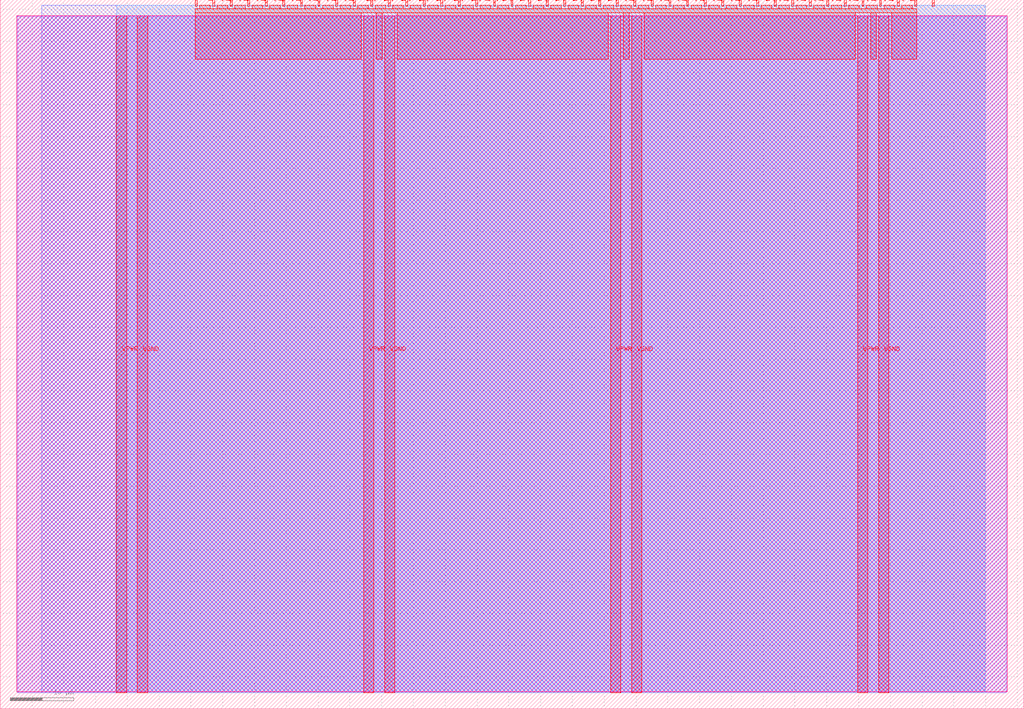
<source format=lef>
VERSION 5.7 ;
  NOWIREEXTENSIONATPIN ON ;
  DIVIDERCHAR "/" ;
  BUSBITCHARS "[]" ;
MACRO tt_um_dip_switch_game_TobiasPfaffeneder
  CLASS BLOCK ;
  FOREIGN tt_um_dip_switch_game_TobiasPfaffeneder ;
  ORIGIN 0.000 0.000 ;
  SIZE 161.000 BY 111.520 ;
  PIN VGND
    DIRECTION INOUT ;
    USE GROUND ;
    PORT
      LAYER met4 ;
        RECT 21.580 2.480 23.180 109.040 ;
    END
    PORT
      LAYER met4 ;
        RECT 60.450 2.480 62.050 109.040 ;
    END
    PORT
      LAYER met4 ;
        RECT 99.320 2.480 100.920 109.040 ;
    END
    PORT
      LAYER met4 ;
        RECT 138.190 2.480 139.790 109.040 ;
    END
  END VGND
  PIN VPWR
    DIRECTION INOUT ;
    USE POWER ;
    PORT
      LAYER met4 ;
        RECT 18.280 2.480 19.880 109.040 ;
    END
    PORT
      LAYER met4 ;
        RECT 57.150 2.480 58.750 109.040 ;
    END
    PORT
      LAYER met4 ;
        RECT 96.020 2.480 97.620 109.040 ;
    END
    PORT
      LAYER met4 ;
        RECT 134.890 2.480 136.490 109.040 ;
    END
  END VPWR
  PIN clk
    DIRECTION INPUT ;
    USE SIGNAL ;
    ANTENNAGATEAREA 0.852000 ;
    PORT
      LAYER met4 ;
        RECT 143.830 110.520 144.130 111.520 ;
    END
  END clk
  PIN ena
    DIRECTION INPUT ;
    USE SIGNAL ;
    PORT
      LAYER met4 ;
        RECT 146.590 110.520 146.890 111.520 ;
    END
  END ena
  PIN rst_n
    DIRECTION INPUT ;
    USE SIGNAL ;
    ANTENNAGATEAREA 0.196500 ;
    PORT
      LAYER met4 ;
        RECT 141.070 110.520 141.370 111.520 ;
    END
  END rst_n
  PIN ui_in[0]
    DIRECTION INPUT ;
    USE SIGNAL ;
    ANTENNAGATEAREA 0.196500 ;
    PORT
      LAYER met4 ;
        RECT 138.310 110.520 138.610 111.520 ;
    END
  END ui_in[0]
  PIN ui_in[1]
    DIRECTION INPUT ;
    USE SIGNAL ;
    ANTENNAGATEAREA 0.196500 ;
    PORT
      LAYER met4 ;
        RECT 135.550 110.520 135.850 111.520 ;
    END
  END ui_in[1]
  PIN ui_in[2]
    DIRECTION INPUT ;
    USE SIGNAL ;
    ANTENNAGATEAREA 0.196500 ;
    PORT
      LAYER met4 ;
        RECT 132.790 110.520 133.090 111.520 ;
    END
  END ui_in[2]
  PIN ui_in[3]
    DIRECTION INPUT ;
    USE SIGNAL ;
    ANTENNAGATEAREA 0.196500 ;
    PORT
      LAYER met4 ;
        RECT 130.030 110.520 130.330 111.520 ;
    END
  END ui_in[3]
  PIN ui_in[4]
    DIRECTION INPUT ;
    USE SIGNAL ;
    ANTENNAGATEAREA 0.196500 ;
    PORT
      LAYER met4 ;
        RECT 127.270 110.520 127.570 111.520 ;
    END
  END ui_in[4]
  PIN ui_in[5]
    DIRECTION INPUT ;
    USE SIGNAL ;
    ANTENNAGATEAREA 0.196500 ;
    PORT
      LAYER met4 ;
        RECT 124.510 110.520 124.810 111.520 ;
    END
  END ui_in[5]
  PIN ui_in[6]
    DIRECTION INPUT ;
    USE SIGNAL ;
    ANTENNAGATEAREA 0.196500 ;
    PORT
      LAYER met4 ;
        RECT 121.750 110.520 122.050 111.520 ;
    END
  END ui_in[6]
  PIN ui_in[7]
    DIRECTION INPUT ;
    USE SIGNAL ;
    ANTENNAGATEAREA 0.196500 ;
    PORT
      LAYER met4 ;
        RECT 118.990 110.520 119.290 111.520 ;
    END
  END ui_in[7]
  PIN uio_in[0]
    DIRECTION INPUT ;
    USE SIGNAL ;
    PORT
      LAYER met4 ;
        RECT 116.230 110.520 116.530 111.520 ;
    END
  END uio_in[0]
  PIN uio_in[1]
    DIRECTION INPUT ;
    USE SIGNAL ;
    PORT
      LAYER met4 ;
        RECT 113.470 110.520 113.770 111.520 ;
    END
  END uio_in[1]
  PIN uio_in[2]
    DIRECTION INPUT ;
    USE SIGNAL ;
    PORT
      LAYER met4 ;
        RECT 110.710 110.520 111.010 111.520 ;
    END
  END uio_in[2]
  PIN uio_in[3]
    DIRECTION INPUT ;
    USE SIGNAL ;
    PORT
      LAYER met4 ;
        RECT 107.950 110.520 108.250 111.520 ;
    END
  END uio_in[3]
  PIN uio_in[4]
    DIRECTION INPUT ;
    USE SIGNAL ;
    PORT
      LAYER met4 ;
        RECT 105.190 110.520 105.490 111.520 ;
    END
  END uio_in[4]
  PIN uio_in[5]
    DIRECTION INPUT ;
    USE SIGNAL ;
    PORT
      LAYER met4 ;
        RECT 102.430 110.520 102.730 111.520 ;
    END
  END uio_in[5]
  PIN uio_in[6]
    DIRECTION INPUT ;
    USE SIGNAL ;
    PORT
      LAYER met4 ;
        RECT 99.670 110.520 99.970 111.520 ;
    END
  END uio_in[6]
  PIN uio_in[7]
    DIRECTION INPUT ;
    USE SIGNAL ;
    PORT
      LAYER met4 ;
        RECT 96.910 110.520 97.210 111.520 ;
    END
  END uio_in[7]
  PIN uio_oe[0]
    DIRECTION OUTPUT ;
    USE SIGNAL ;
    PORT
      LAYER met4 ;
        RECT 49.990 110.520 50.290 111.520 ;
    END
  END uio_oe[0]
  PIN uio_oe[1]
    DIRECTION OUTPUT ;
    USE SIGNAL ;
    PORT
      LAYER met4 ;
        RECT 47.230 110.520 47.530 111.520 ;
    END
  END uio_oe[1]
  PIN uio_oe[2]
    DIRECTION OUTPUT ;
    USE SIGNAL ;
    PORT
      LAYER met4 ;
        RECT 44.470 110.520 44.770 111.520 ;
    END
  END uio_oe[2]
  PIN uio_oe[3]
    DIRECTION OUTPUT ;
    USE SIGNAL ;
    PORT
      LAYER met4 ;
        RECT 41.710 110.520 42.010 111.520 ;
    END
  END uio_oe[3]
  PIN uio_oe[4]
    DIRECTION OUTPUT ;
    USE SIGNAL ;
    PORT
      LAYER met4 ;
        RECT 38.950 110.520 39.250 111.520 ;
    END
  END uio_oe[4]
  PIN uio_oe[5]
    DIRECTION OUTPUT ;
    USE SIGNAL ;
    PORT
      LAYER met4 ;
        RECT 36.190 110.520 36.490 111.520 ;
    END
  END uio_oe[5]
  PIN uio_oe[6]
    DIRECTION OUTPUT ;
    USE SIGNAL ;
    PORT
      LAYER met4 ;
        RECT 33.430 110.520 33.730 111.520 ;
    END
  END uio_oe[6]
  PIN uio_oe[7]
    DIRECTION OUTPUT ;
    USE SIGNAL ;
    PORT
      LAYER met4 ;
        RECT 30.670 110.520 30.970 111.520 ;
    END
  END uio_oe[7]
  PIN uio_out[0]
    DIRECTION OUTPUT ;
    USE SIGNAL ;
    PORT
      LAYER met4 ;
        RECT 72.070 110.520 72.370 111.520 ;
    END
  END uio_out[0]
  PIN uio_out[1]
    DIRECTION OUTPUT ;
    USE SIGNAL ;
    PORT
      LAYER met4 ;
        RECT 69.310 110.520 69.610 111.520 ;
    END
  END uio_out[1]
  PIN uio_out[2]
    DIRECTION OUTPUT ;
    USE SIGNAL ;
    PORT
      LAYER met4 ;
        RECT 66.550 110.520 66.850 111.520 ;
    END
  END uio_out[2]
  PIN uio_out[3]
    DIRECTION OUTPUT ;
    USE SIGNAL ;
    PORT
      LAYER met4 ;
        RECT 63.790 110.520 64.090 111.520 ;
    END
  END uio_out[3]
  PIN uio_out[4]
    DIRECTION OUTPUT ;
    USE SIGNAL ;
    PORT
      LAYER met4 ;
        RECT 61.030 110.520 61.330 111.520 ;
    END
  END uio_out[4]
  PIN uio_out[5]
    DIRECTION OUTPUT ;
    USE SIGNAL ;
    PORT
      LAYER met4 ;
        RECT 58.270 110.520 58.570 111.520 ;
    END
  END uio_out[5]
  PIN uio_out[6]
    DIRECTION OUTPUT ;
    USE SIGNAL ;
    PORT
      LAYER met4 ;
        RECT 55.510 110.520 55.810 111.520 ;
    END
  END uio_out[6]
  PIN uio_out[7]
    DIRECTION OUTPUT ;
    USE SIGNAL ;
    PORT
      LAYER met4 ;
        RECT 52.750 110.520 53.050 111.520 ;
    END
  END uio_out[7]
  PIN uo_out[0]
    DIRECTION OUTPUT ;
    USE SIGNAL ;
    ANTENNADIFFAREA 0.891000 ;
    PORT
      LAYER met4 ;
        RECT 94.150 110.520 94.450 111.520 ;
    END
  END uo_out[0]
  PIN uo_out[1]
    DIRECTION OUTPUT ;
    USE SIGNAL ;
    ANTENNADIFFAREA 0.891000 ;
    PORT
      LAYER met4 ;
        RECT 91.390 110.520 91.690 111.520 ;
    END
  END uo_out[1]
  PIN uo_out[2]
    DIRECTION OUTPUT ;
    USE SIGNAL ;
    ANTENNADIFFAREA 0.891000 ;
    PORT
      LAYER met4 ;
        RECT 88.630 110.520 88.930 111.520 ;
    END
  END uo_out[2]
  PIN uo_out[3]
    DIRECTION OUTPUT ;
    USE SIGNAL ;
    ANTENNADIFFAREA 0.891000 ;
    PORT
      LAYER met4 ;
        RECT 85.870 110.520 86.170 111.520 ;
    END
  END uo_out[3]
  PIN uo_out[4]
    DIRECTION OUTPUT ;
    USE SIGNAL ;
    ANTENNADIFFAREA 0.891000 ;
    PORT
      LAYER met4 ;
        RECT 83.110 110.520 83.410 111.520 ;
    END
  END uo_out[4]
  PIN uo_out[5]
    DIRECTION OUTPUT ;
    USE SIGNAL ;
    ANTENNADIFFAREA 0.891000 ;
    PORT
      LAYER met4 ;
        RECT 80.350 110.520 80.650 111.520 ;
    END
  END uo_out[5]
  PIN uo_out[6]
    DIRECTION OUTPUT ;
    USE SIGNAL ;
    ANTENNADIFFAREA 0.891000 ;
    PORT
      LAYER met4 ;
        RECT 77.590 110.520 77.890 111.520 ;
    END
  END uo_out[6]
  PIN uo_out[7]
    DIRECTION OUTPUT ;
    USE SIGNAL ;
    ANTENNADIFFAREA 0.891000 ;
    PORT
      LAYER met4 ;
        RECT 74.830 110.520 75.130 111.520 ;
    END
  END uo_out[7]
  OBS
      LAYER nwell ;
        RECT 2.570 2.635 158.430 108.990 ;
      LAYER li1 ;
        RECT 2.760 2.635 158.240 108.885 ;
      LAYER met1 ;
        RECT 2.760 2.480 158.240 109.040 ;
      LAYER met2 ;
        RECT 6.540 2.535 154.930 110.685 ;
      LAYER met3 ;
        RECT 18.290 2.555 154.955 110.665 ;
      LAYER met4 ;
        RECT 31.370 110.120 33.030 110.665 ;
        RECT 34.130 110.120 35.790 110.665 ;
        RECT 36.890 110.120 38.550 110.665 ;
        RECT 39.650 110.120 41.310 110.665 ;
        RECT 42.410 110.120 44.070 110.665 ;
        RECT 45.170 110.120 46.830 110.665 ;
        RECT 47.930 110.120 49.590 110.665 ;
        RECT 50.690 110.120 52.350 110.665 ;
        RECT 53.450 110.120 55.110 110.665 ;
        RECT 56.210 110.120 57.870 110.665 ;
        RECT 58.970 110.120 60.630 110.665 ;
        RECT 61.730 110.120 63.390 110.665 ;
        RECT 64.490 110.120 66.150 110.665 ;
        RECT 67.250 110.120 68.910 110.665 ;
        RECT 70.010 110.120 71.670 110.665 ;
        RECT 72.770 110.120 74.430 110.665 ;
        RECT 75.530 110.120 77.190 110.665 ;
        RECT 78.290 110.120 79.950 110.665 ;
        RECT 81.050 110.120 82.710 110.665 ;
        RECT 83.810 110.120 85.470 110.665 ;
        RECT 86.570 110.120 88.230 110.665 ;
        RECT 89.330 110.120 90.990 110.665 ;
        RECT 92.090 110.120 93.750 110.665 ;
        RECT 94.850 110.120 96.510 110.665 ;
        RECT 97.610 110.120 99.270 110.665 ;
        RECT 100.370 110.120 102.030 110.665 ;
        RECT 103.130 110.120 104.790 110.665 ;
        RECT 105.890 110.120 107.550 110.665 ;
        RECT 108.650 110.120 110.310 110.665 ;
        RECT 111.410 110.120 113.070 110.665 ;
        RECT 114.170 110.120 115.830 110.665 ;
        RECT 116.930 110.120 118.590 110.665 ;
        RECT 119.690 110.120 121.350 110.665 ;
        RECT 122.450 110.120 124.110 110.665 ;
        RECT 125.210 110.120 126.870 110.665 ;
        RECT 127.970 110.120 129.630 110.665 ;
        RECT 130.730 110.120 132.390 110.665 ;
        RECT 133.490 110.120 135.150 110.665 ;
        RECT 136.250 110.120 137.910 110.665 ;
        RECT 139.010 110.120 140.670 110.665 ;
        RECT 141.770 110.120 143.430 110.665 ;
        RECT 30.655 109.440 144.145 110.120 ;
        RECT 30.655 102.175 56.750 109.440 ;
        RECT 59.150 102.175 60.050 109.440 ;
        RECT 62.450 102.175 95.620 109.440 ;
        RECT 98.020 102.175 98.920 109.440 ;
        RECT 101.320 102.175 134.490 109.440 ;
        RECT 136.890 102.175 137.790 109.440 ;
        RECT 140.190 102.175 144.145 109.440 ;
  END
END tt_um_dip_switch_game_TobiasPfaffeneder
END LIBRARY


</source>
